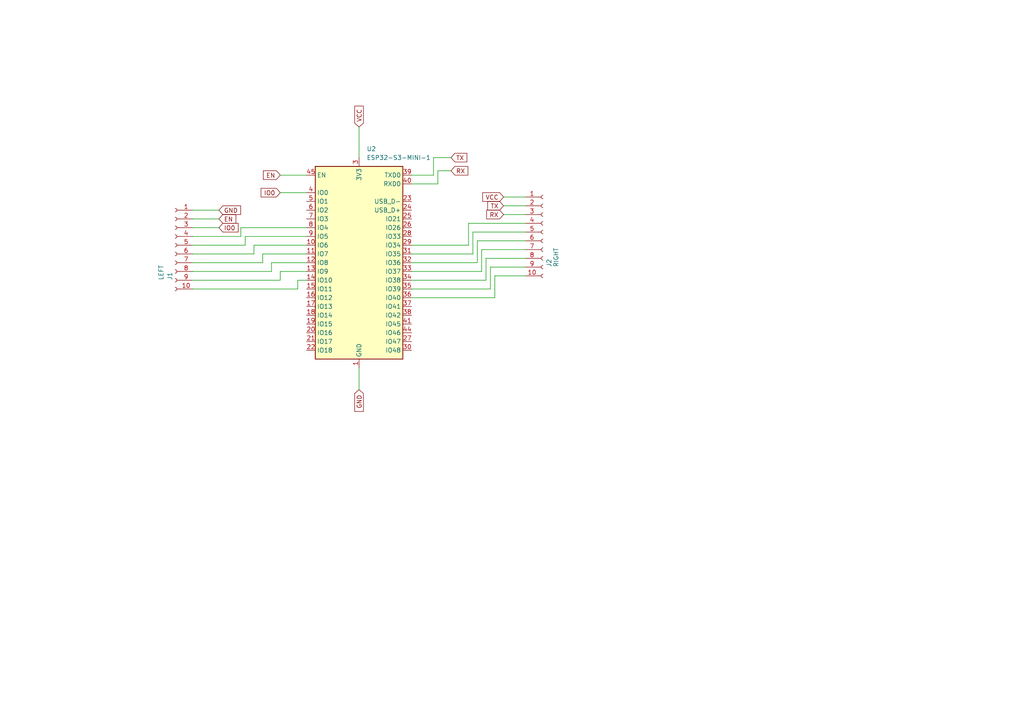
<source format=kicad_sch>
(kicad_sch (version 20231120) (generator "eeschema") (generator_version "8.0")
  (paper "A4")
  (lib_symbols
    (symbol "Connector:Conn_01x10_Socket" (pin_names (offset 1.016) hide)
      (property "Reference" "J" (at 0 12.7 0))
      (property "Value" "Conn_01x10_Socket" (at 0 -15.24 0))
      (symbol "Conn_01x10_Socket_1_1"
        (arc (start 0 -12.192) (mid -0.5058 -12.7) (end 0 -13.208) (stroke (width 0.1524)))
        (arc (start 0 -9.652) (mid -0.5058 -10.16) (end 0 -10.668) (stroke (width 0.1524)))
        (arc (start 0 -7.112) (mid -0.5058 -7.62) (end 0 -8.128) (stroke (width 0.1524)))
        (arc (start 0 -4.572) (mid -0.5058 -5.08) (end 0 -5.588) (stroke (width 0.1524)))
        (arc (start 0 -2.032) (mid -0.5058 -2.54) (end 0 -3.048) (stroke (width 0.1524)))
        (polyline (pts (xy -1.27 -12.7) (xy -0.508 -12.7)) (stroke (width 0.1524)))
        (polyline (pts (xy -1.27 -10.16) (xy -0.508 -10.16)) (stroke (width 0.1524)))
        (polyline (pts (xy -1.27 -7.62) (xy -0.508 -7.62)) (stroke (width 0.1524)))
        (polyline (pts (xy -1.27 -5.08) (xy -0.508 -5.08)) (stroke (width 0.1524)))
        (polyline (pts (xy -1.27 -2.54) (xy -0.508 -2.54)) (stroke (width 0.1524)))
        (polyline (pts (xy -1.27 0) (xy -0.508 0)) (stroke (width 0.1524)))
        (polyline (pts (xy -1.27 2.54) (xy -0.508 2.54)) (stroke (width 0.1524)))
        (polyline (pts (xy -1.27 5.08) (xy -0.508 5.08)) (stroke (width 0.1524)))
        (polyline (pts (xy -1.27 7.62) (xy -0.508 7.62)) (stroke (width 0.1524)))
        (polyline (pts (xy -1.27 10.16) (xy -0.508 10.16)) (stroke (width 0.1524)))
        (arc (start 0 0.508) (mid -0.5058 0) (end 0 -0.508) (stroke (width 0.1524)))
        (arc (start 0 3.048) (mid -0.5058 2.54) (end 0 2.032) (stroke (width 0.1524)))
        (arc (start 0 5.588) (mid -0.5058 5.08) (end 0 4.572) (stroke (width 0.1524)))
        (arc (start 0 8.128) (mid -0.5058 7.62) (end 0 7.112) (stroke (width 0.1524)))
        (arc (start 0 10.668) (mid -0.5058 10.16) (end 0 9.652) (stroke (width 0.1524)))
        (pin passive line (at -5.08 10.16 0) (length 3.81) (name "Pin_1") (number "1"))
        (pin passive line (at -5.08 -12.7 0) (length 3.81) (name "Pin_10") (number "10"))
        (pin passive line (at -5.08 7.62 0) (length 3.81) (name "Pin_2") (number "2"))
        (pin passive line (at -5.08 5.08 0) (length 3.81) (name "Pin_3") (number "3"))
        (pin passive line (at -5.08 2.54 0) (length 3.81) (name "Pin_4") (number "4"))
        (pin passive line (at -5.08 0 0) (length 3.81) (name "Pin_5") (number "5"))
        (pin passive line (at -5.08 -2.54 0) (length 3.81) (name "Pin_6") (number "6"))
        (pin passive line (at -5.08 -5.08 0) (length 3.81) (name "Pin_7") (number "7"))
        (pin passive line (at -5.08 -7.62 0) (length 3.81) (name "Pin_8") (number "8"))
        (pin passive line (at -5.08 -10.16 0) (length 3.81) (name "Pin_9") (number "9"))
      )
    )
    (symbol "RF_Module:ESP32-S3-MINI-1"
      (property "Reference" "U" (at -11.43 29.21 0))
      (property "Value" "ESP32-S3-MINI-1" (at 12.7 29.21 0))
      (symbol "ESP32-S3-MINI-1_0_1"
        (rectangle (start -12.7 27.94) (end 12.7 -27.94) (stroke (width 0.254)) (fill (type background)))
      )
      (symbol "ESP32-S3-MINI-1_1_1"
        (pin power_in line (at 0 -30.48 90) (length 2.54) (name "GND") (number "1"))
        (pin bidirectional line (at -15.24 5.08 0) (length 2.54) (name "IO6") (number "10"))
        (pin bidirectional line (at -15.24 2.54 0) (length 2.54) (name "IO7") (number "11"))
        (pin bidirectional line (at -15.24 0 0) (length 2.54) (name "IO8") (number "12"))
        (pin bidirectional line (at -15.24 -2.54 0) (length 2.54) (name "IO9") (number "13"))
        (pin bidirectional line (at -15.24 -5.08 0) (length 2.54) (name "IO10") (number "14"))
        (pin bidirectional line (at -15.24 -7.62 0) (length 2.54) (name "IO11") (number "15"))
        (pin bidirectional line (at -15.24 -10.16 0) (length 2.54) (name "IO12") (number "16"))
        (pin bidirectional line (at -15.24 -12.7 0) (length 2.54) (name "IO13") (number "17"))
        (pin bidirectional line (at -15.24 -15.24 0) (length 2.54) (name "IO14") (number "18"))
        (pin bidirectional line (at -15.24 -17.78 0) (length 2.54) (name "IO15") (number "19"))
        (pin passive line (at 0 -30.48 90) (length 2.54) hide (name "GND") (number "2"))
        (pin bidirectional line (at -15.24 -20.32 0) (length 2.54) (name "IO16") (number "20"))
        (pin bidirectional line (at -15.24 -22.86 0) (length 2.54) (name "IO17") (number "21"))
        (pin bidirectional line (at -15.24 -25.4 0) (length 2.54) (name "IO18") (number "22"))
        (pin bidirectional line (at 15.24 17.78 180) (length 2.54) (name "USB_D-") (number "23"))
        (pin bidirectional line (at 15.24 15.24 180) (length 2.54) (name "USB_D+") (number "24"))
        (pin bidirectional line (at 15.24 12.7 180) (length 2.54) (name "IO21") (number "25"))
        (pin bidirectional line (at 15.24 10.16 180) (length 2.54) (name "IO26") (number "26"))
        (pin bidirectional line (at 15.24 -22.86 180) (length 2.54) (name "IO47") (number "27"))
        (pin bidirectional line (at 15.24 7.62 180) (length 2.54) (name "IO33") (number "28"))
        (pin bidirectional line (at 15.24 5.08 180) (length 2.54) (name "IO34") (number "29"))
        (pin power_in line (at 0 30.48 270) (length 2.54) (name "3V3") (number "3"))
        (pin bidirectional line (at 15.24 -25.4 180) (length 2.54) (name "IO48") (number "30"))
        (pin bidirectional line (at 15.24 2.54 180) (length 2.54) (name "IO35") (number "31"))
        (pin bidirectional line (at 15.24 0 180) (length 2.54) (name "IO36") (number "32"))
        (pin bidirectional line (at 15.24 -2.54 180) (length 2.54) (name "IO37") (number "33"))
        (pin bidirectional line (at 15.24 -5.08 180) (length 2.54) (name "IO38") (number "34"))
        (pin bidirectional line (at 15.24 -7.62 180) (length 2.54) (name "IO39") (number "35"))
        (pin bidirectional line (at 15.24 -10.16 180) (length 2.54) (name "IO40") (number "36"))
        (pin bidirectional line (at 15.24 -12.7 180) (length 2.54) (name "IO41") (number "37"))
        (pin bidirectional line (at 15.24 -15.24 180) (length 2.54) (name "IO42") (number "38"))
        (pin bidirectional line (at 15.24 25.4 180) (length 2.54) (name "TXD0") (number "39"))
        (pin bidirectional line (at -15.24 20.32 0) (length 2.54) (name "IO0") (number "4"))
        (pin bidirectional line (at 15.24 22.86 180) (length 2.54) (name "RXD0") (number "40"))
        (pin bidirectional line (at 15.24 -17.78 180) (length 2.54) (name "IO45") (number "41"))
        (pin passive line (at 0 -30.48 90) (length 2.54) hide (name "GND") (number "42"))
        (pin passive line (at 0 -30.48 90) (length 2.54) hide (name "GND") (number "43"))
        (pin bidirectional line (at 15.24 -20.32 180) (length 2.54) (name "IO46") (number "44"))
        (pin input line (at -15.24 25.4 0) (length 2.54) (name "EN") (number "45"))
        (pin passive line (at 0 -30.48 90) (length 2.54) hide (name "GND") (number "46"))
        (pin passive line (at 0 -30.48 90) (length 2.54) hide (name "GND") (number "47"))
        (pin passive line (at 0 -30.48 90) (length 2.54) hide (name "GND") (number "48"))
        (pin passive line (at 0 -30.48 90) (length 2.54) hide (name "GND") (number "49"))
        (pin bidirectional line (at -15.24 17.78 0) (length 2.54) (name "IO1") (number "5"))
        (pin passive line (at 0 -30.48 90) (length 2.54) hide (name "GND") (number "50"))
        (pin passive line (at 0 -30.48 90) (length 2.54) hide (name "GND") (number "51"))
        (pin passive line (at 0 -30.48 90) (length 2.54) hide (name "GND") (number "52"))
        (pin passive line (at 0 -30.48 90) (length 2.54) hide (name "GND") (number "53"))
        (pin passive line (at 0 -30.48 90) (length 2.54) hide (name "GND") (number "54"))
        (pin passive line (at 0 -30.48 90) (length 2.54) hide (name "GND") (number "55"))
        (pin passive line (at 0 -30.48 90) (length 2.54) hide (name "GND") (number "56"))
        (pin passive line (at 0 -30.48 90) (length 2.54) hide (name "GND") (number "57"))
        (pin passive line (at 0 -30.48 90) (length 2.54) hide (name "GND") (number "58"))
        (pin passive line (at 0 -30.48 90) (length 2.54) hide (name "GND") (number "59"))
        (pin bidirectional line (at -15.24 15.24 0) (length 2.54) (name "IO2") (number "6"))
        (pin passive line (at 0 -30.48 90) (length 2.54) hide (name "GND") (number "60"))
        (pin passive line (at 0 -30.48 90) (length 2.54) hide (name "GND") (number "61"))
        (pin passive line (at 0 -30.48 90) (length 2.54) hide (name "GND") (number "62"))
        (pin passive line (at 0 -30.48 90) (length 2.54) hide (name "GND") (number "63"))
        (pin passive line (at 0 -30.48 90) (length 2.54) hide (name "GND") (number "64"))
        (pin passive line (at 0 -30.48 90) (length 2.54) hide (name "GND") (number "65"))
        (pin bidirectional line (at -15.24 12.7 0) (length 2.54) (name "IO3") (number "7"))
        (pin bidirectional line (at -15.24 10.16 0) (length 2.54) (name "IO4") (number "8"))
        (pin bidirectional line (at -15.24 7.62 0) (length 2.54) (name "IO5") (number "9"))
      )
    )
  )
  (wire (pts (xy 127 49.53) (xy 130.81 49.53)))
  (wire (pts (xy 88.9 81.28) (xy 86.36 81.28)))
  (wire (pts (xy 63.5 66.04) (xy 55.88 66.04)))
  (wire (pts (xy 119.38 78.74) (xy 139.7 78.74)))
  (wire (pts (xy 78.74 78.74) (xy 55.88 78.74)))
  (wire (pts (xy 88.9 73.66) (xy 76.2 73.66)))
  (wire (pts (xy 69.85 66.04) (xy 69.85 68.58)))
  (wire (pts (xy 140.97 74.93) (xy 152.4 74.93)))
  (wire (pts (xy 81.28 50.8) (xy 88.9 50.8)))
  (wire (pts (xy 140.97 81.28) (xy 140.97 74.93)))
  (wire (pts (xy 119.38 86.36) (xy 143.51 86.36)))
  (wire (pts (xy 137.16 73.66) (xy 137.16 67.31)))
  (wire (pts (xy 86.36 83.82) (xy 55.88 83.82)))
  (wire (pts (xy 88.9 76.2) (xy 78.74 76.2)))
  (wire (pts (xy 125.73 45.72) (xy 125.73 50.8)))
  (wire (pts (xy 142.24 77.47) (xy 152.4 77.47)))
  (wire (pts (xy 125.73 50.8) (xy 119.38 50.8)))
  (wire (pts (xy 63.5 63.5) (xy 55.88 63.5)))
  (wire (pts (xy 86.36 81.28) (xy 86.36 83.82)))
  (wire (pts (xy 119.38 83.82) (xy 142.24 83.82)))
  (wire (pts (xy 81.28 55.88) (xy 88.9 55.88)))
  (wire (pts (xy 119.38 73.66) (xy 137.16 73.66)))
  (wire (pts (xy 63.5 60.96) (xy 55.88 60.96)))
  (wire (pts (xy 137.16 67.31) (xy 152.4 67.31)))
  (wire (pts (xy 135.89 71.12) (xy 135.89 64.77)))
  (wire (pts (xy 127 53.34) (xy 127 49.53)))
  (wire (pts (xy 73.66 73.66) (xy 55.88 73.66)))
  (wire (pts (xy 143.51 86.36) (xy 143.51 80.01)))
  (wire (pts (xy 135.89 64.77) (xy 152.4 64.77)))
  (wire (pts (xy 139.7 78.74) (xy 139.7 72.39)))
  (wire (pts (xy 119.38 76.2) (xy 138.43 76.2)))
  (wire (pts (xy 71.12 71.12) (xy 55.88 71.12)))
  (wire (pts (xy 130.81 45.72) (xy 125.73 45.72)))
  (wire (pts (xy 142.24 83.82) (xy 142.24 77.47)))
  (wire (pts (xy 152.4 62.23) (xy 146.05 62.23)))
  (wire (pts (xy 119.38 81.28) (xy 140.97 81.28)))
  (wire (pts (xy 143.51 80.01) (xy 152.4 80.01)))
  (wire (pts (xy 81.28 78.74) (xy 81.28 81.28)))
  (wire (pts (xy 88.9 66.04) (xy 69.85 66.04)))
  (wire (pts (xy 76.2 73.66) (xy 76.2 76.2)))
  (wire (pts (xy 119.38 53.34) (xy 127 53.34)))
  (wire (pts (xy 152.4 59.69) (xy 146.05 59.69)))
  (wire (pts (xy 138.43 76.2) (xy 138.43 69.85)))
  (wire (pts (xy 78.74 76.2) (xy 78.74 78.74)))
  (wire (pts (xy 119.38 71.12) (xy 135.89 71.12)))
  (wire (pts (xy 88.9 68.58) (xy 71.12 68.58)))
  (wire (pts (xy 104.14 106.68) (xy 104.14 113.03)))
  (wire (pts (xy 104.14 36.83) (xy 104.14 45.72)))
  (wire (pts (xy 152.4 57.15) (xy 146.05 57.15)))
  (wire (pts (xy 71.12 68.58) (xy 71.12 71.12)))
  (wire (pts (xy 73.66 71.12) (xy 73.66 73.66)))
  (wire (pts (xy 88.9 78.74) (xy 81.28 78.74)))
  (wire (pts (xy 76.2 76.2) (xy 55.88 76.2)))
  (wire (pts (xy 69.85 68.58) (xy 55.88 68.58)))
  (wire (pts (xy 81.28 81.28) (xy 55.88 81.28)))
  (wire (pts (xy 139.7 72.39) (xy 152.4 72.39)))
  (wire (pts (xy 138.43 69.85) (xy 152.4 69.85)))
  (wire (pts (xy 88.9 71.12) (xy 73.66 71.12)))
  (global_label "VCC" (shape input) (at 104.14 36.83 90) (property "Intersheetrefs" "${INTERSHEET_REFS}" (effects (hide yes))))
  (global_label "GND" (shape input) (at 63.5 60.96 0) (property "Intersheetrefs" "${INTERSHEET_REFS}" (effects (hide yes))))
  (global_label "RX" (shape input) (at 130.81 49.53 0) (property "Intersheetrefs" "${INTERSHEET_REFS}" (effects (hide yes))))
  (global_label "GND" (shape input) (at 104.14 113.03 270) (property "Intersheetrefs" "${INTERSHEET_REFS}" (effects (hide yes))))
  (global_label "IO0" (shape input) (at 63.5 66.04 0) (property "Intersheetrefs" "${INTERSHEET_REFS}" (effects (hide yes))))
  (global_label "IO0" (shape input) (at 81.28 55.88 180) (property "Intersheetrefs" "${INTERSHEET_REFS}" (effects (hide yes))))
  (global_label "TX" (shape input) (at 146.05 59.69 180) (property "Intersheetrefs" "${INTERSHEET_REFS}" (effects (hide yes))))
  (global_label "EN" (shape input) (at 81.28 50.8 180) (property "Intersheetrefs" "${INTERSHEET_REFS}" (effects (hide yes))))
  (global_label "TX" (shape input) (at 130.81 45.72 0) (property "Intersheetrefs" "${INTERSHEET_REFS}" (effects (hide yes))))
  (global_label "EN" (shape input) (at 63.5 63.5 0) (property "Intersheetrefs" "${INTERSHEET_REFS}" (effects (hide yes))))
  (global_label "VCC" (shape input) (at 146.05 57.15 180) (property "Intersheetrefs" "${INTERSHEET_REFS}" (effects (hide yes))))
  (global_label "RX" (shape input) (at 146.05 62.23 180) (property "Intersheetrefs" "${INTERSHEET_REFS}" (effects (hide yes))))
  (symbol (lib_id "Connector:Conn_01x10_Socket") (at 157.48 67.31 0) (unit 1)
    (property "Reference" "J2" (at 159.258 77.47 90) (effects (justify left)))
    (property "Value" "RIGHT" (at 161.29 77.47 90) (effects (justify left)))
    (property "Footprint" "Connector_PinSocket_2.54mm:PinSocket_1x10_P2.54mm_Vertical" (effects (hide yes)))
    (property "Description" "Generic connector, single row, 01x10, script generated" (effects (hide yes)))
  )
  (symbol (lib_id "Connector:Conn_01x10_Socket") (at 50.8 71.12 0) (mirror y) (unit 1)
    (property "Reference" "J1" (at 49.276 81.28 90) (effects (justify left)))
    (property "Value" "LEFT" (at 46.736 81.28 90) (effects (justify left)))
    (property "Footprint" "Connector_PinSocket_2.54mm:PinSocket_1x10_P2.54mm_Vertical" (effects (hide yes)))
    (property "Description" "Generic connector, single row, 01x10, script generated" (effects (hide yes)))
  )
  (symbol (lib_id "RF_Module:ESP32-S3-MINI-1") (at 104.14 76.2 0) (unit 1)
    (property "Reference" "U2" (at 106.3341 43.18 0) (effects (justify left)))
    (property "Value" "ESP32-S3-MINI-1" (at 106.3341 45.72 0) (effects (justify left)))
    (property "Footprint" "RF_Module:ESP32-S2-MINI-1" (effects (hide yes)))
    (property "Datasheet" "https://www.espressif.com/sites/default/files/documentation/esp32-s3-mini-1_mini-1u_datasheet_en.pdf" (effects (hide yes)))
    (property "Description" "RF Module, ESP32-S3 SoC, Wi-Fi 802.11b/g/n, Bluetooth, BLE, 32-bit, 3.3V, SMD, onboard antenna" (effects (hide yes)))
  )
)
</source>
